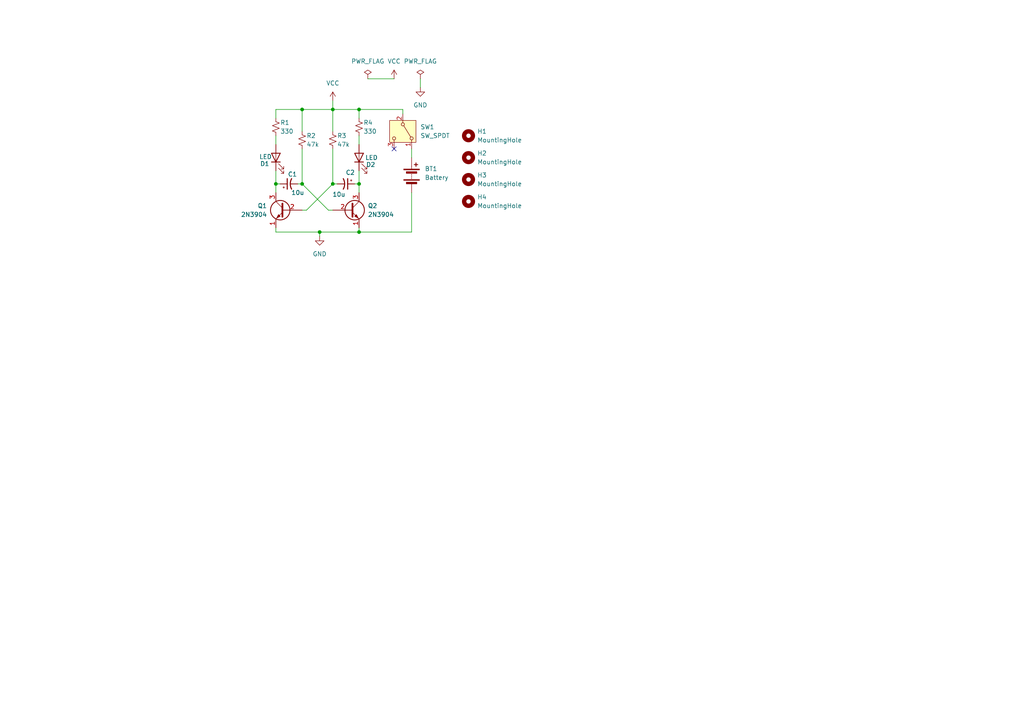
<source format=kicad_sch>
(kicad_sch (version 20231120) (generator "eeschema") (generator_version "8.0")
  (paper "A4")
  (title_block (title "Led Blinky") (date "2024-07-17") (rev "0.1") (company "hussamtalkstech.com"))
  (lib_symbols
    (symbol "Device:Battery" (pin_numbers hide) (pin_names (offset 0) hide)
      (property "Reference" "BT" (at 2.54 2.54 0))
      (property "Value" "Battery" (at 2.54 0 0))
      (symbol "Battery_0_1"
        (rectangle (start -2.286 -1.27) (end 2.286 -1.524) (fill (type outline)))
        (rectangle (start -2.286 1.778) (end 2.286 1.524) (fill (type outline)))
        (rectangle (start -1.524 -2.032) (end 1.524 -2.54) (fill (type outline)))
        (rectangle (start -1.524 1.016) (end 1.524 0.508) (fill (type outline)))
        (polyline (pts (xy 0 -1.016) (xy 0 -0.762)))
        (polyline (pts (xy 0 -0.508) (xy 0 -0.254)))
        (polyline (pts (xy 0 0) (xy 0 0.254)))
        (polyline (pts (xy 0 1.778) (xy 0 2.54)))
        (polyline (pts (xy 0.762 3.048) (xy 1.778 3.048)) (stroke (width 0.254)))
        (polyline (pts (xy 1.27 3.556) (xy 1.27 2.54)) (stroke (width 0.254)))
      )
      (symbol "Battery_1_1"
        (pin passive line (at 0 5.08 270) (length 2.54) (name "+") (number "1"))
        (pin passive line (at 0 -5.08 90) (length 2.54) (name "-") (number "2"))
      )
    )
    (symbol "Device:C_Polarized_Small_US" (pin_numbers hide) (pin_names (offset 0.254) hide)
      (property "Reference" "C" (at 0.254 1.778 0))
      (property "Value" "C_Polarized_Small_US" (at 0.254 -2.032 0))
      (symbol "C_Polarized_Small_US_0_1"
        (polyline (pts (xy -1.524 0.508) (xy 1.524 0.508)) (stroke (width 0.3048)))
        (polyline (pts (xy -1.27 1.524) (xy -0.762 1.524)))
        (polyline (pts (xy -1.016 1.27) (xy -1.016 1.778)))
        (arc (start 1.524 -0.762) (mid 0 -0.3734) (end -1.524 -0.762) (stroke (width 0.3048)))
      )
      (symbol "C_Polarized_Small_US_1_1"
        (pin passive line (at 0 2.54 270) (length 2.032) (name "~") (number "1"))
        (pin passive line (at 0 -2.54 90) (length 2.032) (name "~") (number "2"))
      )
    )
    (symbol "Device:LED" (pin_numbers hide) (pin_names (offset 1.016) hide)
      (property "Reference" "D" (at 0 2.54 0))
      (property "Value" "LED" (at 0 -2.54 0))
      (symbol "LED_0_1"
        (polyline (pts (xy -1.27 -1.27) (xy -1.27 1.27)) (stroke (width 0.254)))
        (polyline (pts (xy -1.27 0) (xy 1.27 0)))
        (polyline (pts (xy 1.27 -1.27) (xy 1.27 1.27) (xy -1.27 0) (xy 1.27 -1.27)) (stroke (width 0.254)))
        (polyline (pts (xy -3.048 -0.762) (xy -4.572 -2.286) (xy -3.81 -2.286) (xy -4.572 -2.286) (xy -4.572 -1.524)))
        (polyline (pts (xy -1.778 -0.762) (xy -3.302 -2.286) (xy -2.54 -2.286) (xy -3.302 -2.286) (xy -3.302 -1.524)))
      )
      (symbol "LED_1_1"
        (pin passive line (at -3.81 0 0) (length 2.54) (name "K") (number "1"))
        (pin passive line (at 3.81 0 180) (length 2.54) (name "A") (number "2"))
      )
    )
    (symbol "Device:R_Small_US" (pin_numbers hide) (pin_names (offset 0.254) hide)
      (property "Reference" "R" (at 0.762 0.508 0))
      (property "Value" "R_Small_US" (at 0.762 -1.016 0))
      (symbol "R_Small_US_1_1"
        (polyline (pts (xy 0 0) (xy 1.016 -0.381) (xy 0 -0.762) (xy -1.016 -1.143) (xy 0 -1.524)))
        (polyline (pts (xy 0 1.524) (xy 1.016 1.143) (xy 0 0.762) (xy -1.016 0.381) (xy 0 0)))
        (pin passive line (at 0 2.54 270) (length 1.016) (name "~") (number "1"))
        (pin passive line (at 0 -2.54 90) (length 1.016) (name "~") (number "2"))
      )
    )
    (symbol "Mechanical:MountingHole" (pin_names (offset 1.016))
      (property "Reference" "H" (at 0 5.08 0))
      (property "Value" "MountingHole" (at 0 3.175 0))
      (symbol "MountingHole_0_1"
        (circle (center 0 0) (radius 1.27) (stroke (width 1.27)))
      )
    )
    (symbol "Switch:SW_SPDT" (pin_names (offset 0) hide)
      (property "Reference" "SW" (at 0 5.08 0))
      (property "Value" "SW_SPDT" (at 0 -5.08 0))
      (symbol "SW_SPDT_0_1"
        (circle (center -2.032 0) (radius 0.4572))
        (polyline (pts (xy -1.651 0.254) (xy 1.651 2.286)))
        (circle (center 2.032 -2.54) (radius 0.4572))
        (circle (center 2.032 2.54) (radius 0.4572))
      )
      (symbol "SW_SPDT_1_1"
        (rectangle (start -3.175 3.81) (end 3.175 -3.81) (fill (type background)))
        (pin passive line (at 5.08 2.54 180) (length 2.54) (name "A") (number "1"))
        (pin passive line (at -5.08 0 0) (length 2.54) (name "B") (number "2"))
        (pin passive line (at 5.08 -2.54 180) (length 2.54) (name "C") (number "3"))
      )
    )
    (symbol "Transistor_BJT:2N3904" (pin_names (offset 0) hide)
      (property "Reference" "Q" (at 5.08 1.905 0))
      (property "Value" "2N3904" (at 5.08 0 0))
      (symbol "2N3904_0_1"
        (polyline (pts (xy 0.635 0.635) (xy 2.54 2.54)))
        (polyline (pts (xy 0.635 -0.635) (xy 2.54 -2.54) (xy 2.54 -2.54)))
        (polyline (pts (xy 0.635 1.905) (xy 0.635 -1.905) (xy 0.635 -1.905)) (stroke (width 0.508)))
        (polyline (pts (xy 1.27 -1.778) (xy 1.778 -1.27) (xy 2.286 -2.286) (xy 1.27 -1.778) (xy 1.27 -1.778)) (fill (type outline)))
        (circle (center 1.27 0) (radius 2.8194) (stroke (width 0.254)))
      )
      (symbol "2N3904_1_1"
        (pin passive line (at 2.54 -5.08 90) (length 2.54) (name "E") (number "1"))
        (pin passive line (at -5.08 0 0) (length 5.715) (name "B") (number "2"))
        (pin passive line (at 2.54 5.08 270) (length 2.54) (name "C") (number "3"))
      )
    )
    (symbol "power:GND" (power) (pin_numbers hide) (pin_names (offset 0) hide)
      (property "Value" "GND" (at 0 -3.81 0))
      (symbol "GND_0_1"
        (polyline (pts (xy 0 0) (xy 0 -1.27) (xy 1.27 -1.27) (xy 0 -2.54) (xy -1.27 -1.27) (xy 0 -1.27)))
      )
      (symbol "GND_1_1"
        (pin power_in line (at 0 0 270) (length 0) (name "~") (number "1"))
      )
    )
    (symbol "power:PWR_FLAG" (power) (pin_numbers hide) (pin_names (offset 0) hide)
      (property "Value" "PWR_FLAG" (at 0 3.81 0))
      (symbol "PWR_FLAG_0_0"
        (pin power_out line (at 0 0 90) (length 0) (name "~") (number "1"))
      )
      (symbol "PWR_FLAG_0_1"
        (polyline (pts (xy 0 0) (xy 0 1.27) (xy -1.016 1.905) (xy 0 2.54) (xy 1.016 1.905) (xy 0 1.27)))
      )
    )
    (symbol "power:VCC" (power) (pin_numbers hide) (pin_names (offset 0) hide)
      (property "Value" "VCC" (at 0 3.556 0))
      (symbol "VCC_0_1"
        (polyline (pts (xy -0.762 1.27) (xy 0 2.54)))
        (polyline (pts (xy 0 0) (xy 0 2.54)))
        (polyline (pts (xy 0 2.54) (xy 0.762 1.27)))
      )
      (symbol "VCC_1_1"
        (pin power_in line (at 0 0 90) (length 0) (name "~") (number "1"))
      )
    )
  )
  (junction (at 80.01 53.34))
  (junction (at 104.14 67.31))
  (junction (at 87.63 31.75))
  (junction (at 104.14 31.75))
  (junction (at 96.52 31.75))
  (junction (at 87.63 53.34))
  (junction (at 104.14 53.34))
  (junction (at 92.71 67.31))
  (junction (at 96.52 53.34))
  (no_connect (at 114.3 43.18))
  (wire (pts (xy 95.25 60.96) (xy 87.63 53.34)))
  (wire (pts (xy 104.14 34.29) (xy 104.14 31.75)))
  (wire (pts (xy 80.01 66.04) (xy 80.01 67.31)))
  (wire (pts (xy 92.71 67.31) (xy 92.71 68.58)))
  (wire (pts (xy 80.01 67.31) (xy 92.71 67.31)))
  (wire (pts (xy 80.01 31.75) (xy 80.01 34.29)))
  (wire (pts (xy 92.71 67.31) (xy 104.14 67.31)))
  (wire (pts (xy 104.14 53.34) (xy 104.14 55.88)))
  (wire (pts (xy 80.01 49.53) (xy 80.01 53.34)))
  (wire (pts (xy 87.63 31.75) (xy 80.01 31.75)))
  (wire (pts (xy 104.14 67.31) (xy 104.14 66.04)))
  (wire (pts (xy 116.84 33.02) (xy 116.84 31.75)))
  (wire (pts (xy 121.92 22.86) (xy 121.92 25.4)))
  (wire (pts (xy 88.9 60.96) (xy 96.52 53.34)))
  (wire (pts (xy 87.63 31.75) (xy 87.63 38.1)))
  (wire (pts (xy 80.01 39.37) (xy 80.01 41.91)))
  (wire (pts (xy 96.52 29.21) (xy 96.52 31.75)))
  (wire (pts (xy 80.01 53.34) (xy 81.28 53.34)))
  (wire (pts (xy 80.01 53.34) (xy 80.01 55.88)))
  (wire (pts (xy 106.68 22.86) (xy 114.3 22.86)))
  (wire (pts (xy 96.52 43.18) (xy 96.52 53.34)))
  (wire (pts (xy 119.38 67.31) (xy 104.14 67.31)))
  (wire (pts (xy 96.52 31.75) (xy 96.52 38.1)))
  (wire (pts (xy 87.63 53.34) (xy 86.36 53.34)))
  (wire (pts (xy 119.38 55.88) (xy 119.38 67.31)))
  (wire (pts (xy 104.14 31.75) (xy 96.52 31.75)))
  (wire (pts (xy 87.63 60.96) (xy 88.9 60.96)))
  (wire (pts (xy 104.14 31.75) (xy 116.84 31.75)))
  (wire (pts (xy 96.52 31.75) (xy 87.63 31.75)))
  (wire (pts (xy 96.52 60.96) (xy 95.25 60.96)))
  (wire (pts (xy 96.52 53.34) (xy 97.79 53.34)))
  (wire (pts (xy 87.63 43.18) (xy 87.63 53.34)))
  (wire (pts (xy 104.14 39.37) (xy 104.14 41.91)))
  (wire (pts (xy 104.14 49.53) (xy 104.14 53.34)))
  (wire (pts (xy 102.87 53.34) (xy 104.14 53.34)))
  (wire (pts (xy 119.38 43.18) (xy 119.38 45.72)))
  (symbol (lib_id "Mechanical:MountingHole") (at 135.89 58.42 0) (unit 1)
    (property "Reference" "H4" (at 138.43 57.1499 0) (effects (justify left)))
    (property "Value" "MountingHole" (at 138.43 59.6899 0) (effects (justify left)))
    (property "Footprint" "MountingHole:MountingHole_3.2mm_M3" (effects (hide yes)))
    (property "Description" "Mounting Hole without connection" (effects (hide yes)))
  )
  (symbol (lib_id "Device:LED") (at 104.14 45.72 90) (unit 1)
    (property "Reference" "D2" (at 106.172 47.752 90) (effects (justify right)))
    (property "Value" "LED" (at 105.918 45.72 90) (effects (justify right)))
    (property "Footprint" "LED_THT:LED_D5.0mm" (effects (hide yes)))
    (property "Description" "Light emitting diode" (effects (hide yes)))
  )
  (symbol (lib_id "power:GND") (at 92.71 68.58 0) (unit 1)
    (property "Reference" "#PWR01" (effects (hide yes)))
    (property "Value" "GND" (at 92.71 73.66 0))
    (property "Description" "Power symbol creates a global label with name \"GND\" , ground" (effects (hide yes)))
  )
  (symbol (lib_id "Mechanical:MountingHole") (at 135.89 39.37 0) (unit 1)
    (property "Reference" "H1" (at 138.43 38.0999 0) (effects (justify left)))
    (property "Value" "MountingHole" (at 138.43 40.6399 0) (effects (justify left)))
    (property "Footprint" "MountingHole:MountingHole_3.2mm_M3" (effects (hide yes)))
    (property "Description" "Mounting Hole without connection" (effects (hide yes)))
  )
  (symbol (lib_id "Switch:SW_SPDT") (at 116.84 38.1 270) (unit 1)
    (property "Reference" "SW1" (at 121.92 36.8299 90) (effects (justify left)))
    (property "Value" "SW_SPDT" (at 121.92 39.3699 90) (effects (justify left)))
    (property "Footprint" "Button_Switch_THT:SW_E-Switch_EG1224_SPDT_Angled" (effects (hide yes)))
    (property "Description" "Switch, single pole double throw" (effects (hide yes)))
  )
  (symbol (lib_id "Device:C_Polarized_Small_US") (at 83.82 53.34 90) (unit 1)
    (property "Reference" "C1" (at 84.836 50.546 90))
    (property "Value" "10u" (at 86.36 55.88 90))
    (property "Footprint" "Capacitor_THT:CP_Radial_D6.3mm_P2.50mm" (effects (hide yes)))
    (property "Description" "Polarized capacitor, small US symbol" (effects (hide yes)))
  )
  (symbol (lib_id "power:VCC") (at 96.52 29.21 0) (unit 1)
    (property "Reference" "#PWR02" (effects (hide yes)))
    (property "Value" "VCC" (at 96.52 24.13 0))
    (property "Description" "Power symbol creates a global label with name \"VCC\"" (effects (hide yes)))
  )
  (symbol (lib_id "Device:C_Polarized_Small_US") (at 100.33 53.34 270) (unit 1)
    (property "Reference" "C2" (at 101.6 50.038 90))
    (property "Value" "10u" (at 98.298 56.388 90))
    (property "Footprint" "Capacitor_THT:CP_Radial_D6.3mm_P2.50mm" (effects (hide yes)))
    (property "Description" "Polarized capacitor, small US symbol" (effects (hide yes)))
  )
  (symbol (lib_id "Device:R_Small_US") (at 80.01 36.83 0) (unit 1)
    (property "Reference" "R1" (at 81.28 35.56 0) (effects (justify left)))
    (property "Value" "330" (at 81.28 38.1 0) (effects (justify left)))
    (property "Footprint" "Resistor_THT:R_Axial_DIN0207_L6.3mm_D2.5mm_P10.16mm_Horizontal" (effects (hide yes)))
    (property "Description" "Resistor, small US symbol" (effects (hide yes)))
  )
  (symbol (lib_id "Device:Battery") (at 119.38 50.8 0) (unit 1)
    (property "Reference" "BT1" (at 123.19 48.9584 0) (effects (justify left)))
    (property "Value" "Battery" (at 123.19 51.4984 0) (effects (justify left)))
    (property "Footprint" "Battery:BatteryHolder_Keystone_2479_3xAAA" (effects (hide yes)))
    (property "Description" "Multiple-cell battery" (effects (hide yes)))
  )
  (symbol (lib_id "power:GND") (at 121.92 25.4 0) (unit 1)
    (property "Reference" "#PWR04" (effects (hide yes)))
    (property "Value" "GND" (at 121.92 30.48 0))
    (property "Description" "Power symbol creates a global label with name \"GND\" , ground" (effects (hide yes)))
  )
  (symbol (lib_id "power:VCC") (at 114.3 22.86 0) (unit 1)
    (property "Reference" "#PWR03" (effects (hide yes)))
    (property "Value" "VCC" (at 114.3 17.78 0))
    (property "Description" "Power symbol creates a global label with name \"VCC\"" (effects (hide yes)))
  )
  (symbol (lib_id "Device:R_Small_US") (at 87.63 40.64 0) (unit 1)
    (property "Reference" "R2" (at 88.9 39.37 0) (effects (justify left)))
    (property "Value" "47k" (at 88.9 41.91 0) (effects (justify left)))
    (property "Footprint" "Resistor_THT:R_Axial_DIN0207_L6.3mm_D2.5mm_P10.16mm_Horizontal" (effects (hide yes)))
    (property "Description" "Resistor, small US symbol" (effects (hide yes)))
  )
  (symbol (lib_id "Mechanical:MountingHole") (at 135.89 45.72 0) (unit 1)
    (property "Reference" "H2" (at 138.43 44.4499 0) (effects (justify left)))
    (property "Value" "MountingHole" (at 138.43 46.9899 0) (effects (justify left)))
    (property "Footprint" "MountingHole:MountingHole_3.2mm_M3" (effects (hide yes)))
    (property "Description" "Mounting Hole without connection" (effects (hide yes)))
  )
  (symbol (lib_id "power:PWR_FLAG") (at 106.68 22.86 0) (unit 1)
    (property "Reference" "#FLG01" (effects (hide yes)))
    (property "Value" "PWR_FLAG" (at 106.68 17.78 0))
    (property "Description" "Special symbol for telling ERC where power comes from" (effects (hide yes)))
  )
  (symbol (lib_id "Device:LED") (at 80.01 45.72 90) (unit 1)
    (property "Reference" "D1" (at 75.438 47.498 90) (effects (justify right)))
    (property "Value" "LED" (at 75.184 45.466 90) (effects (justify right)))
    (property "Footprint" "LED_THT:LED_D5.0mm" (effects (hide yes)))
    (property "Description" "Light emitting diode" (effects (hide yes)))
  )
  (symbol (lib_id "Transistor_BJT:2N3904") (at 101.6 60.96 0) (unit 1)
    (property "Reference" "Q2" (at 106.68 59.6899 0) (effects (justify left)))
    (property "Value" "2N3904" (at 106.68 62.2299 0) (effects (justify left)))
    (property "Footprint" "Package_TO_SOT_THT:TO-92_Inline" (effects (hide yes)))
    (property "Datasheet" "https://www.onsemi.com/pub/Collateral/2N3903-D.PDF" (effects (hide yes)))
    (property "Description" "0.2A Ic, 40V Vce, Small Signal NPN Transistor, TO-92" (effects (hide yes)))
  )
  (symbol (lib_id "power:PWR_FLAG") (at 121.92 22.86 0) (unit 1)
    (property "Reference" "#FLG02" (effects (hide yes)))
    (property "Value" "PWR_FLAG" (at 121.92 17.78 0))
    (property "Description" "Special symbol for telling ERC where power comes from" (effects (hide yes)))
  )
  (symbol (lib_id "Device:R_Small_US") (at 104.14 36.83 0) (unit 1)
    (property "Reference" "R4" (at 105.41 35.56 0) (effects (justify left)))
    (property "Value" "330" (at 105.41 38.1 0) (effects (justify left)))
    (property "Footprint" "Resistor_THT:R_Axial_DIN0207_L6.3mm_D2.5mm_P10.16mm_Horizontal" (effects (hide yes)))
    (property "Description" "Resistor, small US symbol" (effects (hide yes)))
  )
  (symbol (lib_id "Device:R_Small_US") (at 96.52 40.64 0) (unit 1)
    (property "Reference" "R3" (at 97.79 39.37 0) (effects (justify left)))
    (property "Value" "47k" (at 97.79 41.91 0) (effects (justify left)))
    (property "Footprint" "Resistor_THT:R_Axial_DIN0207_L6.3mm_D2.5mm_P10.16mm_Horizontal" (effects (hide yes)))
    (property "Description" "Resistor, small US symbol" (effects (hide yes)))
  )
  (symbol (lib_id "Transistor_BJT:2N3904") (at 82.55 60.96 0) (mirror y) (unit 1)
    (property "Reference" "Q1" (at 77.47 59.6899 0) (effects (justify left)))
    (property "Value" "2N3904" (at 77.47 62.2299 0) (effects (justify left)))
    (property "Footprint" "Package_TO_SOT_THT:TO-92_Inline" (effects (hide yes)))
    (property "Datasheet" "https://www.onsemi.com/pub/Collateral/2N3903-D.PDF" (effects (hide yes)))
    (property "Description" "0.2A Ic, 40V Vce, Small Signal NPN Transistor, TO-92" (effects (hide yes)))
  )
  (symbol (lib_id "Mechanical:MountingHole") (at 135.89 52.07 0) (unit 1)
    (property "Reference" "H3" (at 138.43 50.7999 0) (effects (justify left)))
    (property "Value" "MountingHole" (at 138.43 53.3399 0) (effects (justify left)))
    (property "Footprint" "MountingHole:MountingHole_3.2mm_M3" (effects (hide yes)))
    (property "Description" "Mounting Hole without connection" (effects (hide yes)))
  )
)
</source>
